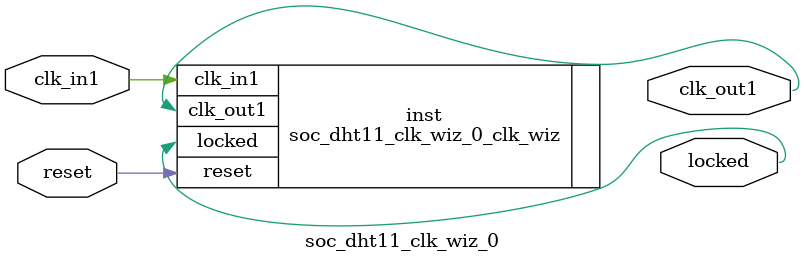
<source format=v>


`timescale 1ps/1ps

(* CORE_GENERATION_INFO = "soc_dht11_clk_wiz_0,clk_wiz_v6_0_15_0_0,{component_name=soc_dht11_clk_wiz_0,use_phase_alignment=true,use_min_o_jitter=false,use_max_i_jitter=false,use_dyn_phase_shift=false,use_inclk_switchover=false,use_dyn_reconfig=false,enable_axi=0,feedback_source=FDBK_AUTO,PRIMITIVE=MMCM,num_out_clk=1,clkin1_period=10.000,clkin2_period=10.000,use_power_down=false,use_reset=true,use_locked=true,use_inclk_stopped=false,feedback_type=SINGLE,CLOCK_MGR_TYPE=NA,manual_override=false}" *)

module soc_dht11_clk_wiz_0 
 (
  // Clock out ports
  output        clk_out1,
  // Status and control signals
  input         reset,
  output        locked,
 // Clock in ports
  input         clk_in1
 );

  soc_dht11_clk_wiz_0_clk_wiz inst
  (
  // Clock out ports  
  .clk_out1(clk_out1),
  // Status and control signals               
  .reset(reset), 
  .locked(locked),
 // Clock in ports
  .clk_in1(clk_in1)
  );

endmodule

</source>
